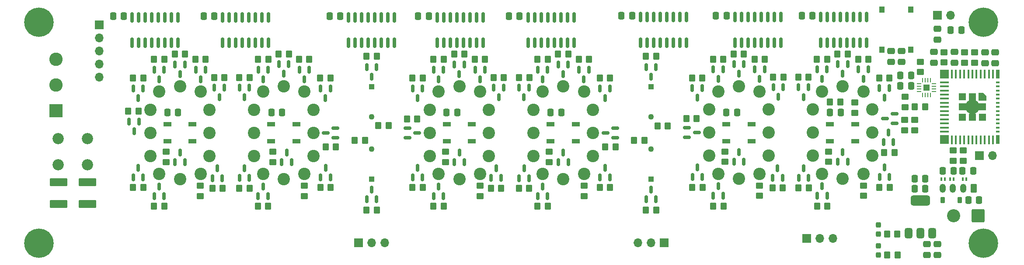
<source format=gbr>
%TF.GenerationSoftware,KiCad,Pcbnew,8.0.4-8.0.4-0~ubuntu22.04.1*%
%TF.CreationDate,2024-08-07T15:41:08-07:00*%
%TF.ProjectId,clock,636c6f63-6b2e-46b6-9963-61645f706362,rev?*%
%TF.SameCoordinates,Original*%
%TF.FileFunction,Soldermask,Top*%
%TF.FilePolarity,Negative*%
%FSLAX46Y46*%
G04 Gerber Fmt 4.6, Leading zero omitted, Abs format (unit mm)*
G04 Created by KiCad (PCBNEW 8.0.4-8.0.4-0~ubuntu22.04.1) date 2024-08-07 15:41:08*
%MOMM*%
%LPD*%
G01*
G04 APERTURE LIST*
G04 Aperture macros list*
%AMRoundRect*
0 Rectangle with rounded corners*
0 $1 Rounding radius*
0 $2 $3 $4 $5 $6 $7 $8 $9 X,Y pos of 4 corners*
0 Add a 4 corners polygon primitive as box body*
4,1,4,$2,$3,$4,$5,$6,$7,$8,$9,$2,$3,0*
0 Add four circle primitives for the rounded corners*
1,1,$1+$1,$2,$3*
1,1,$1+$1,$4,$5*
1,1,$1+$1,$6,$7*
1,1,$1+$1,$8,$9*
0 Add four rect primitives between the rounded corners*
20,1,$1+$1,$2,$3,$4,$5,0*
20,1,$1+$1,$4,$5,$6,$7,0*
20,1,$1+$1,$6,$7,$8,$9,0*
20,1,$1+$1,$8,$9,$2,$3,0*%
%AMFreePoly0*
4,1,6,0.725000,-0.725000,-0.725000,-0.725000,-0.725000,0.125000,-0.125000,0.725000,0.725000,0.725000,0.725000,-0.725000,0.725000,-0.725000,$1*%
G04 Aperture macros list end*
%ADD10RoundRect,0.150000X0.150000X-0.587500X0.150000X0.587500X-0.150000X0.587500X-0.150000X-0.587500X0*%
%ADD11RoundRect,0.250000X-0.350000X-0.450000X0.350000X-0.450000X0.350000X0.450000X-0.350000X0.450000X0*%
%ADD12RoundRect,0.250000X0.475000X-0.337500X0.475000X0.337500X-0.475000X0.337500X-0.475000X-0.337500X0*%
%ADD13RoundRect,0.150000X-0.587500X-0.150000X0.587500X-0.150000X0.587500X0.150000X-0.587500X0.150000X0*%
%ADD14RoundRect,0.150000X-0.150000X0.587500X-0.150000X-0.587500X0.150000X-0.587500X0.150000X0.587500X0*%
%ADD15RoundRect,0.250000X-0.450000X0.350000X-0.450000X-0.350000X0.450000X-0.350000X0.450000X0.350000X0*%
%ADD16RoundRect,0.150000X0.150000X-0.825000X0.150000X0.825000X-0.150000X0.825000X-0.150000X-0.825000X0*%
%ADD17RoundRect,0.250000X0.337500X0.475000X-0.337500X0.475000X-0.337500X-0.475000X0.337500X-0.475000X0*%
%ADD18RoundRect,0.250000X0.350000X0.450000X-0.350000X0.450000X-0.350000X-0.450000X0.350000X-0.450000X0*%
%ADD19RoundRect,0.150000X0.587500X0.150000X-0.587500X0.150000X-0.587500X-0.150000X0.587500X-0.150000X0*%
%ADD20C,2.397760*%
%ADD21RoundRect,0.375000X0.375000X-0.625000X0.375000X0.625000X-0.375000X0.625000X-0.375000X-0.625000X0*%
%ADD22RoundRect,0.500000X1.400000X-0.500000X1.400000X0.500000X-1.400000X0.500000X-1.400000X-0.500000X0*%
%ADD23RoundRect,0.050000X-0.150000X-0.300000X0.150000X-0.300000X0.150000X0.300000X-0.150000X0.300000X0*%
%ADD24RoundRect,0.250000X-0.337500X-0.475000X0.337500X-0.475000X0.337500X0.475000X-0.337500X0.475000X0*%
%ADD25RoundRect,0.250000X0.450000X-0.350000X0.450000X0.350000X-0.450000X0.350000X-0.450000X-0.350000X0*%
%ADD26RoundRect,0.225000X0.225000X0.375000X-0.225000X0.375000X-0.225000X-0.375000X0.225000X-0.375000X0*%
%ADD27R,1.500000X0.900000*%
%ADD28RoundRect,0.250000X-0.475000X0.337500X-0.475000X-0.337500X0.475000X-0.337500X0.475000X0.337500X0*%
%ADD29RoundRect,0.237500X0.237500X-0.287500X0.237500X0.287500X-0.237500X0.287500X-0.237500X-0.287500X0*%
%ADD30C,3.600000*%
%ADD31C,5.700000*%
%ADD32RoundRect,0.050000X0.150000X0.300000X-0.150000X0.300000X-0.150000X-0.300000X0.150000X-0.300000X0*%
%ADD33RoundRect,0.249999X1.025001X1.025001X-1.025001X1.025001X-1.025001X-1.025001X1.025001X-1.025001X0*%
%ADD34C,2.550000*%
%ADD35RoundRect,0.062500X-0.062500X0.350000X-0.062500X-0.350000X0.062500X-0.350000X0.062500X0.350000X0*%
%ADD36RoundRect,0.062500X-0.350000X0.062500X-0.350000X-0.062500X0.350000X-0.062500X0.350000X0.062500X0*%
%ADD37R,1.230000X1.230000*%
%ADD38R,1.107440X1.107440*%
%ADD39C,1.107440*%
%ADD40R,0.400000X1.800000*%
%ADD41R,1.800000X0.400000*%
%ADD42R,0.800000X0.400000*%
%ADD43FreePoly0,270.000000*%
%ADD44R,1.450000X1.450000*%
%ADD45C,2.800000*%
%ADD46R,0.700000X1.700000*%
%ADD47R,1.700000X1.700000*%
%ADD48RoundRect,0.250000X-1.450000X0.537500X-1.450000X-0.537500X1.450000X-0.537500X1.450000X0.537500X0*%
%ADD49R,1.000000X1.250000*%
%ADD50C,2.184000*%
%ADD51O,1.700000X1.700000*%
%ADD52RoundRect,0.250000X0.350000X0.625000X-0.350000X0.625000X-0.350000X-0.625000X0.350000X-0.625000X0*%
%ADD53O,1.200000X1.750000*%
%ADD54R,2.600000X2.600000*%
%ADD55C,2.600000*%
G04 APERTURE END LIST*
D10*
%TO.C,Q63*%
X233111000Y-103045500D03*
X235011000Y-103045500D03*
X234061000Y-101170500D03*
%TD*%
D11*
%TO.C,R24*%
X111979200Y-86944200D03*
X113979200Y-86944200D03*
%TD*%
D12*
%TO.C,C3*%
X252755400Y-87651500D03*
X252755400Y-85576500D03*
%TD*%
D13*
%TO.C,Q10*%
X140921500Y-100269000D03*
X140921500Y-102169000D03*
X142796500Y-101219000D03*
%TD*%
D14*
%TO.C,Q49*%
X197977800Y-92536800D03*
X196077800Y-92536800D03*
X197027800Y-94411800D03*
%TD*%
D15*
%TO.C,R3*%
X250774200Y-85614000D03*
X250774200Y-87614000D03*
%TD*%
D14*
%TO.C,Q32*%
X189037000Y-88422000D03*
X187137000Y-88422000D03*
X188087000Y-90297000D03*
%TD*%
D16*
%TO.C,U4*%
X87630000Y-83718400D03*
X88900000Y-83718400D03*
X90170000Y-83718400D03*
X91440000Y-83718400D03*
X92710000Y-83718400D03*
X93980000Y-83718400D03*
X95250000Y-83718400D03*
X96520000Y-83718400D03*
X96520000Y-78768400D03*
X95250000Y-78768400D03*
X93980000Y-78768400D03*
X92710000Y-78768400D03*
X91440000Y-78768400D03*
X90170000Y-78768400D03*
X88900000Y-78768400D03*
X87630000Y-78768400D03*
%TD*%
%TO.C,U10*%
X204343000Y-83693000D03*
X205613000Y-83693000D03*
X206883000Y-83693000D03*
X208153000Y-83693000D03*
X209423000Y-83693000D03*
X210693000Y-83693000D03*
X211963000Y-83693000D03*
X213233000Y-83693000D03*
X213233000Y-78743000D03*
X211963000Y-78743000D03*
X210693000Y-78743000D03*
X209423000Y-78743000D03*
X208153000Y-78743000D03*
X206883000Y-78743000D03*
X205613000Y-78743000D03*
X204343000Y-78743000D03*
%TD*%
D17*
%TO.C,C29*%
X145055500Y-78511400D03*
X142980500Y-78511400D03*
%TD*%
D18*
%TO.C,R10*%
X147964400Y-115493800D03*
X145964400Y-115493800D03*
%TD*%
D15*
%TO.C,R1*%
X248513600Y-104638600D03*
X248513600Y-106638600D03*
%TD*%
D14*
%TO.C,Q56*%
X172044400Y-87914000D03*
X170144400Y-87914000D03*
X171094400Y-89789000D03*
%TD*%
D19*
%TO.C,Q65*%
X181150500Y-102185650D03*
X181150500Y-100285650D03*
X179275500Y-101235650D03*
%TD*%
D11*
%TO.C,R34*%
X91862400Y-86944200D03*
X93862400Y-86944200D03*
%TD*%
D20*
%TO.C,NX1*%
X102616000Y-105719880D03*
X92870020Y-109220000D03*
X91119960Y-105719880D03*
X91119960Y-101221540D03*
X91119960Y-96723200D03*
X92870020Y-93223080D03*
X96867980Y-92222320D03*
X100865940Y-93223080D03*
X102616000Y-96723200D03*
X102616000Y-101221540D03*
X100865940Y-109220000D03*
X96867980Y-110220760D03*
%TD*%
D11*
%TO.C,R35*%
X95875600Y-85953600D03*
X97875600Y-85953600D03*
%TD*%
D21*
%TO.C,U2*%
X237958600Y-120701200D03*
X240258600Y-120701200D03*
X242558600Y-120701200D03*
D22*
X240258600Y-114401200D03*
%TD*%
D10*
%TO.C,Q5*%
X112003800Y-113508000D03*
X113903800Y-113508000D03*
X112953800Y-111633000D03*
%TD*%
D11*
%TO.C,R73*%
X204079600Y-85902800D03*
X206079600Y-85902800D03*
%TD*%
D23*
%TO.C,D3*%
X244328200Y-110236000D03*
X245028200Y-110236000D03*
%TD*%
D11*
%TO.C,R27*%
X124018800Y-90576400D03*
X126018800Y-90576400D03*
%TD*%
%TO.C,R5*%
X233823000Y-124968000D03*
X235823000Y-124968000D03*
%TD*%
D24*
%TO.C,C20*%
X222732520Y-97227660D03*
X224807520Y-97227660D03*
%TD*%
D25*
%TO.C,R8*%
X240284000Y-89408000D03*
X240284000Y-87408000D03*
%TD*%
D26*
%TO.C,D4*%
X247903000Y-114300000D03*
X244603000Y-114300000D03*
%TD*%
D10*
%TO.C,Q64*%
X204160080Y-106855500D03*
X206060080Y-106855500D03*
X205110080Y-104980500D03*
%TD*%
D11*
%TO.C,R40*%
X130699000Y-102666800D03*
X132699000Y-102666800D03*
%TD*%
D16*
%TO.C,U11*%
X220980000Y-83690000D03*
X222250000Y-83690000D03*
X223520000Y-83690000D03*
X224790000Y-83690000D03*
X226060000Y-83690000D03*
X227330000Y-83690000D03*
X228600000Y-83690000D03*
X229870000Y-83690000D03*
X229870000Y-78740000D03*
X228600000Y-78740000D03*
X227330000Y-78740000D03*
X226060000Y-78740000D03*
X224790000Y-78740000D03*
X223520000Y-78740000D03*
X222250000Y-78740000D03*
X220980000Y-78740000D03*
%TD*%
D27*
%TO.C,D7*%
X222754020Y-99515660D03*
X222754020Y-102815660D03*
X227654020Y-102815660D03*
X227654020Y-99515660D03*
%TD*%
D11*
%TO.C,R46*%
X187087000Y-86360000D03*
X189087000Y-86360000D03*
%TD*%
D18*
%TO.C,FB2*%
X241173000Y-96139000D03*
X239173000Y-96139000D03*
%TD*%
D11*
%TO.C,R17*%
X157572200Y-90451700D03*
X159572200Y-90451700D03*
%TD*%
D28*
%TO.C,C9*%
X246837200Y-85525700D03*
X246837200Y-87600700D03*
%TD*%
D18*
%TO.C,R11*%
X143900400Y-111836200D03*
X141900400Y-111836200D03*
%TD*%
D14*
%TO.C,Q51*%
X222158600Y-88879200D03*
X220258600Y-88879200D03*
X221208600Y-90754200D03*
%TD*%
D18*
%TO.C,R21*%
X110363000Y-111963200D03*
X108363000Y-111963200D03*
%TD*%
D11*
%TO.C,R85*%
X178162200Y-90576400D03*
X180162200Y-90576400D03*
%TD*%
D14*
%TO.C,Q18*%
X93812400Y-88930000D03*
X91912400Y-88930000D03*
X92862400Y-90805000D03*
%TD*%
D10*
%TO.C,Q36*%
X232349000Y-109804200D03*
X234249000Y-109804200D03*
X233299000Y-107929200D03*
%TD*%
D14*
%TO.C,Q54*%
X226156600Y-87888600D03*
X224256600Y-87888600D03*
X225206600Y-89763600D03*
%TD*%
D11*
%TO.C,R61*%
X216601800Y-90398600D03*
X218601800Y-90398600D03*
%TD*%
D29*
%TO.C,D5*%
X232105200Y-124954000D03*
X232105200Y-123204000D03*
%TD*%
D11*
%TO.C,R33*%
X87798400Y-90576400D03*
X89798400Y-90576400D03*
%TD*%
D14*
%TO.C,Q60*%
X234223600Y-92536800D03*
X232323600Y-92536800D03*
X233273600Y-94411800D03*
%TD*%
D15*
%TO.C,R80*%
X168402000Y-104918000D03*
X168402000Y-106918000D03*
%TD*%
D30*
%TO.C,H1*%
X69596000Y-79756000D03*
D31*
X69596000Y-79756000D03*
%TD*%
D32*
%TO.C,D2*%
X246679200Y-110236000D03*
X245979200Y-110236000D03*
%TD*%
D18*
%TO.C,R39*%
X137271000Y-99822000D03*
X135271000Y-99822000D03*
%TD*%
D14*
%TO.C,Q62*%
X180121600Y-92562200D03*
X178221600Y-92562200D03*
X179171600Y-94437200D03*
%TD*%
D17*
%TO.C,C7*%
X250487000Y-108585000D03*
X248412000Y-108585000D03*
%TD*%
D14*
%TO.C,Q20*%
X117917000Y-87884000D03*
X116017000Y-87884000D03*
X116967000Y-89759000D03*
%TD*%
D17*
%TO.C,C28*%
X127910500Y-78511400D03*
X125835500Y-78511400D03*
%TD*%
D11*
%TO.C,R83*%
X170094400Y-85953600D03*
X172094400Y-85953600D03*
%TD*%
D27*
%TO.C,D12*%
X94417980Y-99571540D03*
X94417980Y-102871540D03*
X99317980Y-102871540D03*
X99317980Y-99571540D03*
%TD*%
D18*
%TO.C,R68*%
X202117200Y-115443000D03*
X200117200Y-115443000D03*
%TD*%
D10*
%TO.C,Q28*%
X150019980Y-106906300D03*
X151919980Y-106906300D03*
X150969980Y-105031300D03*
%TD*%
D17*
%TO.C,C33*%
X219350500Y-78486000D03*
X217275500Y-78486000D03*
%TD*%
D11*
%TO.C,R74*%
X208118200Y-86893400D03*
X210118200Y-86893400D03*
%TD*%
D14*
%TO.C,Q21*%
X97825600Y-87939400D03*
X95925600Y-87939400D03*
X96875600Y-89814400D03*
%TD*%
D18*
%TO.C,R79*%
X164499800Y-111988600D03*
X162499800Y-111988600D03*
%TD*%
D25*
%TO.C,R54*%
X175107600Y-113506000D03*
X175107600Y-111506000D03*
%TD*%
D24*
%TO.C,C21*%
X202675580Y-97228660D03*
X204750580Y-97228660D03*
%TD*%
D11*
%TO.C,R82*%
X166106600Y-86944200D03*
X168106600Y-86944200D03*
%TD*%
%TO.C,R25*%
X115967000Y-85902800D03*
X117967000Y-85902800D03*
%TD*%
D14*
%TO.C,Q27*%
X105445600Y-92435200D03*
X103545600Y-92435200D03*
X104495600Y-94310200D03*
%TD*%
%TO.C,Q16*%
X147914400Y-88930000D03*
X146014400Y-88930000D03*
X146964400Y-90805000D03*
%TD*%
D11*
%TO.C,R86*%
X179213000Y-103928050D03*
X181213000Y-103928050D03*
%TD*%
%TO.C,R32*%
X86833200Y-97028000D03*
X88833200Y-97028000D03*
%TD*%
D33*
%TO.C,SW3*%
X251447000Y-117348000D03*
D34*
X246647000Y-117348000D03*
%TD*%
D16*
%TO.C,U8*%
X164261800Y-83718400D03*
X165531800Y-83718400D03*
X166801800Y-83718400D03*
X168071800Y-83718400D03*
X169341800Y-83718400D03*
X170611800Y-83718400D03*
X171881800Y-83718400D03*
X173151800Y-83718400D03*
X173151800Y-78768400D03*
X171881800Y-78768400D03*
X170611800Y-78768400D03*
X169341800Y-78768400D03*
X168071800Y-78768400D03*
X166801800Y-78768400D03*
X165531800Y-78768400D03*
X164261800Y-78768400D03*
%TD*%
D18*
%TO.C,R9*%
X159089600Y-111988600D03*
X157089600Y-111988600D03*
%TD*%
D14*
%TO.C,Q50*%
X164439900Y-92435200D03*
X162539900Y-92435200D03*
X163489900Y-94310200D03*
%TD*%
D35*
%TO.C,U3*%
X242189000Y-90974500D03*
X241689000Y-90974500D03*
X241189000Y-90974500D03*
X240689000Y-90974500D03*
D36*
X240001500Y-91662000D03*
X240001500Y-92162000D03*
X240001500Y-92662000D03*
X240001500Y-93162000D03*
D35*
X240689000Y-93849500D03*
X241189000Y-93849500D03*
X241689000Y-93849500D03*
X242189000Y-93849500D03*
D36*
X242876500Y-93162000D03*
X242876500Y-92662000D03*
X242876500Y-92162000D03*
X242876500Y-91662000D03*
D37*
X241439000Y-92412000D03*
%TD*%
D24*
%TO.C,C24*%
X114569500Y-97278460D03*
X116644500Y-97278460D03*
%TD*%
D18*
%TO.C,R78*%
X168106600Y-115493800D03*
X166106600Y-115493800D03*
%TD*%
%TO.C,R66*%
X235213400Y-105029000D03*
X233213400Y-105029000D03*
%TD*%
D10*
%TO.C,Q38*%
X178221600Y-109875800D03*
X180121600Y-109875800D03*
X179171600Y-108000800D03*
%TD*%
D24*
%TO.C,C5*%
X249533500Y-114300000D03*
X251608500Y-114300000D03*
%TD*%
D28*
%TO.C,C1*%
X236575600Y-85322500D03*
X236575600Y-87397500D03*
%TD*%
D10*
%TO.C,Q4*%
X146014400Y-113508000D03*
X147914400Y-113508000D03*
X146964400Y-111633000D03*
%TD*%
D18*
%TO.C,R70*%
X196935600Y-98475800D03*
X194935600Y-98475800D03*
%TD*%
D30*
%TO.C,H3*%
X252476000Y-122656600D03*
D31*
X252476000Y-122656600D03*
%TD*%
D15*
%TO.C,R6*%
X248818400Y-85614000D03*
X248818400Y-87614000D03*
%TD*%
D25*
%TO.C,R50*%
X239141000Y-100695000D03*
X239141000Y-98695000D03*
%TD*%
D14*
%TO.C,Q57*%
X230159600Y-88879200D03*
X228259600Y-88879200D03*
X229209600Y-90754200D03*
%TD*%
%TO.C,Q59*%
X176042400Y-88925400D03*
X174142400Y-88925400D03*
X175092400Y-90800400D03*
%TD*%
%TO.C,Q22*%
X155915400Y-88930000D03*
X154015400Y-88930000D03*
X154965400Y-90805000D03*
%TD*%
D27*
%TO.C,D10*%
X148519980Y-99569000D03*
X148519980Y-102869000D03*
X153419980Y-102869000D03*
X153419980Y-99569000D03*
%TD*%
D20*
%TO.C,NX5*%
X210858100Y-105664000D03*
X201112120Y-109164120D03*
X199362060Y-105664000D03*
X199362060Y-101165660D03*
X199362060Y-96667320D03*
X201112120Y-93167200D03*
X205110080Y-92166440D03*
X209108040Y-93167200D03*
X210858100Y-96667320D03*
X210858100Y-101165660D03*
X209108040Y-109164120D03*
X205110080Y-110164880D03*
%TD*%
D28*
%TO.C,C10*%
X241554000Y-122863700D03*
X241554000Y-124938700D03*
%TD*%
D15*
%TO.C,R38*%
X94165380Y-104915700D03*
X94165380Y-106915700D03*
%TD*%
D30*
%TO.C,H2*%
X252476000Y-79756000D03*
D31*
X252476000Y-79756000D03*
%TD*%
D18*
%TO.C,R19*%
X126060200Y-111836200D03*
X124060200Y-111836200D03*
%TD*%
D11*
%TO.C,R45*%
X132985000Y-86360000D03*
X134985000Y-86360000D03*
%TD*%
D10*
%TO.C,Q8*%
X108413000Y-109977400D03*
X110313000Y-109977400D03*
X109363000Y-108102400D03*
%TD*%
D38*
%TO.C,N2*%
X133985000Y-110236000D03*
D39*
X133985000Y-104394000D03*
%TD*%
D10*
%TO.C,Q40*%
X200153100Y-113457200D03*
X202053100Y-113457200D03*
X201103100Y-111582200D03*
%TD*%
D17*
%TO.C,C32*%
X202713500Y-78486000D03*
X200638500Y-78486000D03*
%TD*%
D20*
%TO.C,NX6*%
X230952040Y-105664000D03*
X221206060Y-109164120D03*
X219456000Y-105664000D03*
X219456000Y-101165660D03*
X219456000Y-96667320D03*
X221206060Y-93167200D03*
X225204020Y-92166440D03*
X229201980Y-93167200D03*
X230952040Y-96667320D03*
X230952040Y-101165660D03*
X229201980Y-109164120D03*
X225204020Y-110164880D03*
%TD*%
D40*
%TO.C,U1*%
X254320000Y-89789000D03*
X253520000Y-89789000D03*
X252720000Y-89789000D03*
X251920000Y-89789000D03*
X251120000Y-89789000D03*
X250320000Y-89789000D03*
X249520000Y-89789000D03*
X248720000Y-89789000D03*
X247920000Y-89789000D03*
X247120000Y-89789000D03*
X246320000Y-89789000D03*
D41*
X244920000Y-91389000D03*
X244920000Y-92189000D03*
X244920000Y-92989000D03*
X244920000Y-93789000D03*
X244920000Y-94589000D03*
X244920000Y-95389000D03*
X244920000Y-96189000D03*
X244920000Y-96989000D03*
X244920000Y-97789000D03*
X244920000Y-98589000D03*
X244920000Y-99389000D03*
X244920000Y-100189000D03*
X244920000Y-100989000D03*
D40*
X246320000Y-102589000D03*
X247120000Y-102589000D03*
X247920000Y-102589000D03*
X248720000Y-102589000D03*
X249520000Y-102589000D03*
X250320000Y-102589000D03*
X251120000Y-102589000D03*
X251920000Y-102589000D03*
X252720000Y-102589000D03*
X253520000Y-102589000D03*
X254320000Y-102589000D03*
D42*
X255220000Y-100989000D03*
X255220000Y-100189000D03*
X255220000Y-99389000D03*
X255220000Y-98589000D03*
X255220000Y-97789000D03*
X255220000Y-96989000D03*
X255220000Y-96189000D03*
X255220000Y-95389000D03*
X255220000Y-94589000D03*
X255220000Y-93789000D03*
X255220000Y-92989000D03*
X255220000Y-92189000D03*
X255220000Y-91389000D03*
D43*
X252295000Y-94214000D03*
D44*
X250320000Y-94214000D03*
X248345000Y-94214000D03*
X252295000Y-96189000D03*
D45*
X250320000Y-96189000D03*
D44*
X248345000Y-96189000D03*
X252295000Y-98164000D03*
X250320000Y-98164000D03*
X248345000Y-98164000D03*
D46*
X255270000Y-102539000D03*
D47*
X244920000Y-102539000D03*
X244920000Y-89839000D03*
D46*
X255270000Y-89839000D03*
%TD*%
D25*
%TO.C,R42*%
X100838000Y-113496600D03*
X100838000Y-111496600D03*
%TD*%
D11*
%TO.C,R64*%
X228209600Y-86893400D03*
X230209600Y-86893400D03*
%TD*%
D17*
%TO.C,C31*%
X184425500Y-78486000D03*
X182350500Y-78486000D03*
%TD*%
D10*
%TO.C,Q44*%
X162561100Y-110005100D03*
X164461100Y-110005100D03*
X163511100Y-108130100D03*
%TD*%
D18*
%TO.C,R31*%
X89798400Y-111833900D03*
X87798400Y-111833900D03*
%TD*%
D14*
%TO.C,Q61*%
X213700400Y-92359000D03*
X211800400Y-92359000D03*
X212750400Y-94234000D03*
%TD*%
D48*
%TO.C,C18*%
X73406000Y-110765500D03*
X73406000Y-115040500D03*
%TD*%
D18*
%TO.C,R77*%
X180171600Y-111861600D03*
X178171600Y-111861600D03*
%TD*%
D17*
%TO.C,C27*%
X103526500Y-78511400D03*
X101451500Y-78511400D03*
%TD*%
D11*
%TO.C,R36*%
X99838000Y-86944200D03*
X101838000Y-86944200D03*
%TD*%
D10*
%TO.C,Q11*%
X116586000Y-106906300D03*
X118486000Y-106906300D03*
X117536000Y-105031300D03*
%TD*%
D16*
%TO.C,U9*%
X186055000Y-83690000D03*
X187325000Y-83690000D03*
X188595000Y-83690000D03*
X189865000Y-83690000D03*
X191135000Y-83690000D03*
X192405000Y-83690000D03*
X193675000Y-83690000D03*
X194945000Y-83690000D03*
X194945000Y-78740000D03*
X193675000Y-78740000D03*
X192405000Y-78740000D03*
X191135000Y-78740000D03*
X189865000Y-78740000D03*
X188595000Y-78740000D03*
X187325000Y-78740000D03*
X186055000Y-78740000D03*
%TD*%
D11*
%TO.C,R43*%
X184801000Y-102666800D03*
X186801000Y-102666800D03*
%TD*%
D38*
%TO.C,N3*%
X188087000Y-92278200D03*
D39*
X188087000Y-98120200D03*
%TD*%
D11*
%TO.C,R23*%
X108372400Y-90449400D03*
X110372400Y-90449400D03*
%TD*%
%TO.C,R63*%
X224171000Y-85902800D03*
X226171000Y-85902800D03*
%TD*%
D10*
%TO.C,Q47*%
X170152020Y-106906300D03*
X172052020Y-106906300D03*
X171102020Y-105031300D03*
%TD*%
D24*
%TO.C,C23*%
X148498480Y-97281000D03*
X150573480Y-97281000D03*
%TD*%
D49*
%TO.C,SW1*%
X238353600Y-77278000D03*
X238353600Y-85028000D03*
%TD*%
D10*
%TO.C,Q30*%
X95917980Y-106931700D03*
X97817980Y-106931700D03*
X96867980Y-105056700D03*
%TD*%
D15*
%TO.C,R2*%
X246557800Y-104638600D03*
X246557800Y-106638600D03*
%TD*%
D12*
%TO.C,C2*%
X254762000Y-87651500D03*
X254762000Y-85576500D03*
%TD*%
D14*
%TO.C,Q14*%
X110322400Y-92435200D03*
X108422400Y-92435200D03*
X109372400Y-94310200D03*
%TD*%
D10*
%TO.C,Q34*%
X187137000Y-114092200D03*
X189037000Y-114092200D03*
X188087000Y-112217200D03*
%TD*%
D24*
%TO.C,C16*%
X246104500Y-81280000D03*
X248179500Y-81280000D03*
%TD*%
D14*
%TO.C,Q13*%
X143850400Y-92562200D03*
X141950400Y-92562200D03*
X142900400Y-94437200D03*
%TD*%
D19*
%TO.C,Q29*%
X126995400Y-102169000D03*
X126995400Y-100269000D03*
X125120400Y-101219000D03*
%TD*%
D14*
%TO.C,Q53*%
X168056600Y-88930000D03*
X166156600Y-88930000D03*
X167106600Y-90805000D03*
%TD*%
D50*
%TO.C,J6*%
X78994000Y-107442000D03*
X78994000Y-102362000D03*
%TD*%
D14*
%TO.C,Q23*%
X121920000Y-88930000D03*
X120020000Y-88930000D03*
X120970000Y-90805000D03*
%TD*%
D11*
%TO.C,R75*%
X211725000Y-90373200D03*
X213725000Y-90373200D03*
%TD*%
D18*
%TO.C,R29*%
X105130600Y-111988600D03*
X103130600Y-111988600D03*
%TD*%
D17*
%TO.C,C30*%
X162632300Y-78511400D03*
X160557300Y-78511400D03*
%TD*%
D10*
%TO.C,Q45*%
X224254020Y-106855500D03*
X226154020Y-106855500D03*
X225204020Y-104980500D03*
%TD*%
D28*
%TO.C,C4*%
X234569000Y-85322500D03*
X234569000Y-87397500D03*
%TD*%
D16*
%TO.C,U5*%
X105156000Y-83718400D03*
X106426000Y-83718400D03*
X107696000Y-83718400D03*
X108966000Y-83718400D03*
X110236000Y-83718400D03*
X111506000Y-83718400D03*
X112776000Y-83718400D03*
X114046000Y-83718400D03*
X114046000Y-78768400D03*
X112776000Y-78768400D03*
X111506000Y-78768400D03*
X110236000Y-78768400D03*
X108966000Y-78768400D03*
X107696000Y-78768400D03*
X106426000Y-78768400D03*
X105156000Y-78768400D03*
%TD*%
D27*
%TO.C,D9*%
X168652020Y-99571540D03*
X168652020Y-102871540D03*
X173552020Y-102871540D03*
X173552020Y-99571540D03*
%TD*%
D14*
%TO.C,Q17*%
X113929200Y-88930000D03*
X112029200Y-88930000D03*
X112979200Y-90805000D03*
%TD*%
%TO.C,Q31*%
X134935000Y-88422000D03*
X133035000Y-88422000D03*
X133985000Y-90297000D03*
%TD*%
D10*
%TO.C,Q39*%
X220284000Y-113461800D03*
X222184000Y-113461800D03*
X221234000Y-111586800D03*
%TD*%
%TO.C,Q1*%
X157139600Y-110002800D03*
X159039600Y-110002800D03*
X158089600Y-108127800D03*
%TD*%
D15*
%TO.C,FB1*%
X237312200Y-94250000D03*
X237312200Y-96250000D03*
%TD*%
D28*
%TO.C,C8*%
X242874800Y-85525700D03*
X242874800Y-87600700D03*
%TD*%
D18*
%TO.C,R41*%
X191347600Y-99872800D03*
X189347600Y-99872800D03*
%TD*%
D10*
%TO.C,Q6*%
X91912400Y-113508000D03*
X93812400Y-113508000D03*
X92862400Y-111633000D03*
%TD*%
D11*
%TO.C,R14*%
X145964400Y-86944200D03*
X147964400Y-86944200D03*
%TD*%
D24*
%TO.C,C13*%
X239119500Y-110109000D03*
X241194500Y-110109000D03*
%TD*%
D11*
%TO.C,R15*%
X149952200Y-85953600D03*
X151952200Y-85953600D03*
%TD*%
D15*
%TO.C,R76*%
X202412600Y-104841800D03*
X202412600Y-106841800D03*
%TD*%
D18*
%TO.C,R58*%
X222234000Y-115443000D03*
X220234000Y-115443000D03*
%TD*%
D15*
%TO.C,R53*%
X227580020Y-95338660D03*
X227580020Y-97338660D03*
%TD*%
D16*
%TO.C,U7*%
X146685000Y-83718400D03*
X147955000Y-83718400D03*
X149225000Y-83718400D03*
X150495000Y-83718400D03*
X151765000Y-83718400D03*
X153035000Y-83718400D03*
X154305000Y-83718400D03*
X155575000Y-83718400D03*
X155575000Y-78768400D03*
X154305000Y-78768400D03*
X153035000Y-78768400D03*
X151765000Y-78768400D03*
X150495000Y-78768400D03*
X149225000Y-78768400D03*
X147955000Y-78768400D03*
X146685000Y-78768400D03*
%TD*%
D11*
%TO.C,R13*%
X141900400Y-90576400D03*
X143900400Y-90576400D03*
%TD*%
D14*
%TO.C,Q12*%
X88935600Y-99013800D03*
X87035600Y-99013800D03*
X87985600Y-100888800D03*
%TD*%
D18*
%TO.C,R48*%
X189087000Y-116205000D03*
X187087000Y-116205000D03*
%TD*%
D10*
%TO.C,Q3*%
X103170400Y-110005100D03*
X105070400Y-110005100D03*
X104120400Y-108130100D03*
%TD*%
D11*
%TO.C,R71*%
X196027800Y-90551000D03*
X198027800Y-90551000D03*
%TD*%
D14*
%TO.C,Q58*%
X210068200Y-88879200D03*
X208168200Y-88879200D03*
X209118200Y-90754200D03*
%TD*%
%TO.C,Q55*%
X206055000Y-87888600D03*
X204155000Y-87888600D03*
X205105000Y-89763600D03*
%TD*%
D15*
%TO.C,R22*%
X114833400Y-104892600D03*
X114833400Y-106892600D03*
%TD*%
D16*
%TO.C,U6*%
X129540000Y-83715400D03*
X130810000Y-83715400D03*
X132080000Y-83715400D03*
X133350000Y-83715400D03*
X134620000Y-83715400D03*
X135890000Y-83715400D03*
X137160000Y-83715400D03*
X138430000Y-83715400D03*
X138430000Y-78765400D03*
X137160000Y-78765400D03*
X135890000Y-78765400D03*
X134620000Y-78765400D03*
X133350000Y-78765400D03*
X132080000Y-78765400D03*
X130810000Y-78765400D03*
X129540000Y-78765400D03*
%TD*%
D11*
%TO.C,R65*%
X232273600Y-90551000D03*
X234273600Y-90551000D03*
%TD*%
D38*
%TO.C,N4*%
X188087000Y-110236000D03*
D39*
X188087000Y-104394000D03*
%TD*%
D18*
%TO.C,R57*%
X234299000Y-111785400D03*
X232299000Y-111785400D03*
%TD*%
D15*
%TO.C,R18*%
X148285200Y-104902000D03*
X148285200Y-106902000D03*
%TD*%
D14*
%TO.C,Q15*%
X89748400Y-92562200D03*
X87848400Y-92562200D03*
X88798400Y-94437200D03*
%TD*%
D11*
%TO.C,R72*%
X200091800Y-86893400D03*
X202091800Y-86893400D03*
%TD*%
D24*
%TO.C,C22*%
X168630520Y-97283540D03*
X170705520Y-97283540D03*
%TD*%
D20*
%TO.C,NX4*%
X176850040Y-105719880D03*
X167104060Y-109220000D03*
X165354000Y-105719880D03*
X165354000Y-101221540D03*
X165354000Y-96723200D03*
X167104060Y-93223080D03*
X171102020Y-92222320D03*
X175099980Y-93223080D03*
X176850040Y-96723200D03*
X176850040Y-101221540D03*
X175099980Y-109220000D03*
X171102020Y-110220760D03*
%TD*%
D18*
%TO.C,R30*%
X93862400Y-115493800D03*
X91862400Y-115493800D03*
%TD*%
%TO.C,R59*%
X218643200Y-111912400D03*
X216643200Y-111912400D03*
%TD*%
D49*
%TO.C,SW2*%
X232791000Y-77278000D03*
X232791000Y-85028000D03*
%TD*%
D11*
%TO.C,R84*%
X174082200Y-86944200D03*
X176082200Y-86944200D03*
%TD*%
D27*
%TO.C,D11*%
X114517000Y-99566460D03*
X114517000Y-102866460D03*
X119417000Y-102866460D03*
X119417000Y-99566460D03*
%TD*%
D10*
%TO.C,Q7*%
X141935200Y-109855000D03*
X143835200Y-109855000D03*
X142885200Y-107980000D03*
%TD*%
D11*
%TO.C,R81*%
X162515300Y-90449400D03*
X164515300Y-90449400D03*
%TD*%
D10*
%TO.C,Q37*%
X211648000Y-109952000D03*
X213548000Y-109952000D03*
X212598000Y-108077000D03*
%TD*%
D28*
%TO.C,C17*%
X243586000Y-81004500D03*
X243586000Y-83079500D03*
%TD*%
D10*
%TO.C,Q43*%
X196093800Y-109827300D03*
X197993800Y-109827300D03*
X197043800Y-107952300D03*
%TD*%
D11*
%TO.C,R62*%
X220208600Y-86893400D03*
X222208600Y-86893400D03*
%TD*%
D18*
%TO.C,R12*%
X142808200Y-98526600D03*
X140808200Y-98526600D03*
%TD*%
D10*
%TO.C,Q42*%
X216708400Y-109931200D03*
X218608400Y-109931200D03*
X217658400Y-108056200D03*
%TD*%
D29*
%TO.C,D6*%
X232121200Y-120890000D03*
X232121200Y-119140000D03*
%TD*%
D25*
%TO.C,R49*%
X154965400Y-113522000D03*
X154965400Y-111522000D03*
%TD*%
%TO.C,R51*%
X237210600Y-100695000D03*
X237210600Y-98695000D03*
%TD*%
D11*
%TO.C,R26*%
X119904000Y-86944200D03*
X121904000Y-86944200D03*
%TD*%
D18*
%TO.C,R67*%
X213587800Y-111933200D03*
X211587800Y-111933200D03*
%TD*%
D11*
%TO.C,R28*%
X125060200Y-103911400D03*
X127060200Y-103911400D03*
%TD*%
D18*
%TO.C,R69*%
X198043800Y-111810800D03*
X196043800Y-111810800D03*
%TD*%
D38*
%TO.C,N1*%
X133985000Y-92265500D03*
D39*
X133985000Y-98107500D03*
%TD*%
D11*
%TO.C,R37*%
X103470200Y-90449400D03*
X105470200Y-90449400D03*
%TD*%
D14*
%TO.C,Q25*%
X159536300Y-92435200D03*
X157636300Y-92435200D03*
X158586300Y-94310200D03*
%TD*%
D17*
%TO.C,C15*%
X238451300Y-92075000D03*
X236376300Y-92075000D03*
%TD*%
D48*
%TO.C,C19*%
X78994000Y-110765500D03*
X78994000Y-115040500D03*
%TD*%
D15*
%TO.C,R4*%
X244856000Y-85563200D03*
X244856000Y-87563200D03*
%TD*%
D24*
%TO.C,C6*%
X244602000Y-108585000D03*
X246677000Y-108585000D03*
%TD*%
D25*
%TO.C,R55*%
X209092800Y-113445800D03*
X209092800Y-111445800D03*
%TD*%
D13*
%TO.C,Q46*%
X195076600Y-100218200D03*
X195076600Y-102118200D03*
X196951600Y-101168200D03*
%TD*%
D17*
%TO.C,C26*%
X86000500Y-78511400D03*
X83925500Y-78511400D03*
%TD*%
D14*
%TO.C,Q19*%
X151912400Y-87939400D03*
X150012400Y-87939400D03*
X150962400Y-89814400D03*
%TD*%
D20*
%TO.C,NX2*%
X122715020Y-105714800D03*
X112969040Y-109214920D03*
X111218980Y-105714800D03*
X111218980Y-101216460D03*
X111218980Y-96718120D03*
X112969040Y-93218000D03*
X116967000Y-92217240D03*
X120964960Y-93218000D03*
X122715020Y-96718120D03*
X122715020Y-101216460D03*
X120964960Y-109214920D03*
X116967000Y-110215680D03*
%TD*%
D24*
%TO.C,C12*%
X239119500Y-112115600D03*
X241194500Y-112115600D03*
%TD*%
D10*
%TO.C,Q9*%
X87848400Y-109850400D03*
X89748400Y-109850400D03*
X88798400Y-107975400D03*
%TD*%
D28*
%TO.C,C11*%
X243586000Y-122863700D03*
X243586000Y-124938700D03*
%TD*%
D11*
%TO.C,R16*%
X153940000Y-86944200D03*
X155940000Y-86944200D03*
%TD*%
D10*
%TO.C,Q2*%
X124110200Y-109850400D03*
X126010200Y-109850400D03*
X125060200Y-107975400D03*
%TD*%
D25*
%TO.C,R44*%
X120954800Y-113496600D03*
X120954800Y-111496600D03*
%TD*%
D10*
%TO.C,Q41*%
X166156600Y-113508000D03*
X168056600Y-113508000D03*
X167106600Y-111633000D03*
%TD*%
%TO.C,Q33*%
X133035000Y-114094500D03*
X134935000Y-114094500D03*
X133985000Y-112219500D03*
%TD*%
D18*
%TO.C,R47*%
X134985000Y-116205000D03*
X132985000Y-116205000D03*
%TD*%
D19*
%TO.C,Q35*%
X235229400Y-99390200D03*
X235229400Y-97490200D03*
X233354400Y-98440200D03*
%TD*%
D11*
%TO.C,R7*%
X233772200Y-120904000D03*
X235772200Y-120904000D03*
%TD*%
D27*
%TO.C,D8*%
X202660080Y-99515660D03*
X202660080Y-102815660D03*
X207560080Y-102815660D03*
X207560080Y-99515660D03*
%TD*%
D14*
%TO.C,Q52*%
X202041800Y-88876900D03*
X200141800Y-88876900D03*
X201091800Y-90751900D03*
%TD*%
%TO.C,Q48*%
X218551800Y-92384400D03*
X216651800Y-92384400D03*
X217601800Y-94259400D03*
%TD*%
%TO.C,Q26*%
X125994200Y-92562200D03*
X124094200Y-92562200D03*
X125044200Y-94437200D03*
%TD*%
D18*
%TO.C,R20*%
X113953800Y-115493800D03*
X111953800Y-115493800D03*
%TD*%
D14*
%TO.C,Q24*%
X101813400Y-88930000D03*
X99913400Y-88930000D03*
X100863400Y-90805000D03*
%TD*%
D50*
%TO.C,J5*%
X73279000Y-107442000D03*
X73279000Y-102362000D03*
%TD*%
D15*
%TO.C,R60*%
X222504000Y-104841800D03*
X222504000Y-106841800D03*
%TD*%
D30*
%TO.C,H4*%
X69596000Y-122682000D03*
D31*
X69596000Y-122682000D03*
%TD*%
D24*
%TO.C,C25*%
X94433480Y-97284540D03*
X96508480Y-97284540D03*
%TD*%
D17*
%TO.C,C14*%
X238451300Y-90068400D03*
X236376300Y-90068400D03*
%TD*%
D11*
%TO.C,R52*%
X222754020Y-95195660D03*
X224754020Y-95195660D03*
%TD*%
D23*
%TO.C,D1*%
X248423200Y-110236000D03*
X249123200Y-110236000D03*
%TD*%
D25*
%TO.C,R56*%
X229209600Y-113445800D03*
X229209600Y-111445800D03*
%TD*%
D20*
%TO.C,NX3*%
X156718000Y-105717340D03*
X146972020Y-109217460D03*
X145221960Y-105717340D03*
X145221960Y-101219000D03*
X145221960Y-96720660D03*
X146972020Y-93220540D03*
X150969980Y-92219780D03*
X154967940Y-93220540D03*
X156718000Y-96720660D03*
X156718000Y-101219000D03*
X154967940Y-109217460D03*
X150969980Y-110218220D03*
%TD*%
D47*
%TO.C,J2*%
X218211400Y-121767600D03*
D51*
X220751400Y-121767600D03*
X223291400Y-121767600D03*
%TD*%
D47*
%TO.C,J3*%
X251709000Y-105664000D03*
D51*
X254249000Y-105664000D03*
%TD*%
D47*
%TO.C,J10*%
X131460000Y-122555000D03*
D51*
X134000000Y-122555000D03*
X136540000Y-122555000D03*
%TD*%
D52*
%TO.C,J1*%
X250539000Y-112014000D03*
D53*
X248539000Y-112014000D03*
X246539000Y-112014000D03*
X244539000Y-112014000D03*
%TD*%
D54*
%TO.C,J7*%
X72898000Y-96944200D03*
D55*
X72898000Y-91944200D03*
X72898000Y-86944200D03*
%TD*%
D47*
%TO.C,J8*%
X243559500Y-78359000D03*
D51*
X246099500Y-78359000D03*
%TD*%
D47*
%TO.C,J9*%
X190627000Y-122555000D03*
D51*
X188087000Y-122555000D03*
X185547000Y-122555000D03*
%TD*%
D47*
%TO.C,J4*%
X81280000Y-80264000D03*
D51*
X81280000Y-82804000D03*
X81280000Y-85344000D03*
X81280000Y-87884000D03*
X81280000Y-90424000D03*
%TD*%
M02*

</source>
